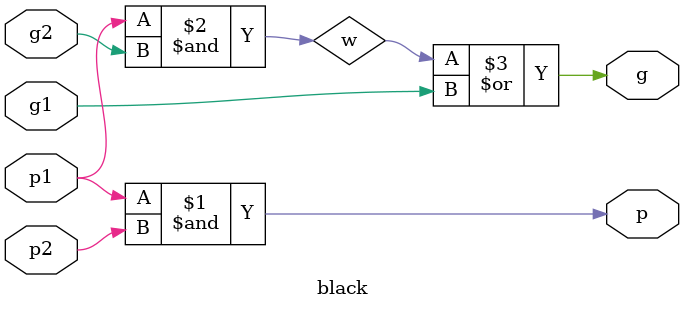
<source format=v>
module adder_16(a,b,s);
input [15:0] a,b;
output [15:0] s;
wire [15:0] p,g,c;
pre_process pp0(a[0],b[0],p[0],g[0]);
pre_process pp1(a[1],b[1],p[1],g[1]);
pre_process pp2(a[2],b[2],p[2],g[2]);
pre_process pp3(a[3],b[3],p[3],g[3]);
pre_process pp4(a[4],b[4],p[4],g[4]);
pre_process pp5(a[5],b[5],p[5],g[5]);
pre_process pp6(a[6],b[6],p[6],g[6]);
pre_process pp7(a[7],b[7],p[7],g[7]);
pre_process pp8(a[8],b[8],p[8],g[8]);
pre_process pp9(a[9],b[9],p[9],g[9]);
pre_process pp10(a[10],b[10],p[10],g[10]);
pre_process pp11(a[11],b[11],p[11],g[11]);
pre_process pp12(a[12],b[12],p[12],g[12]);
pre_process pp13(a[13],b[13],p[13],g[13]);
pre_process pp14(a[14],b[14],p[14],g[14]);
pre_process pp15(a[15],b[15],p[15],g[15]);
han_carlson c_gen(p,g,c);
buf (s[0],p[0]);
xor (s[1],p[1],c[0]);
xor (s[2],p[2],c[1]);
xor (s[3],p[3],c[2]);
xor (s[4],p[4],c[3]);
xor (s[5],p[5],c[4]);
xor (s[6],p[6],c[5]);
xor (s[7],p[7],c[6]);
xor (s[8],p[8],c[7]);
xor (s[9],p[9],c[8]);
xor (s[10],p[10],c[9]);
xor (s[11],p[11],c[10]);
xor (s[12],p[12],c[11]);
xor (s[13],p[13],c[12]);
xor (s[14],p[14],c[13]);
xor (s[15],p[15],c[14]);
endmodule

module han_carlson(p,g,c);
input [15:0] p,g;
output [15:0] c;
//step bk begin
black b11(p[15],g[15],p[14],g[14],p15_14,g15_14);
black b12(p[13],g[13],p[12],g[12],p13_12,g13_12);
black b13(p[11],g[11],p[10],g[10],p11_10,g11_10);
black b14(p[9],g[9],p[8],g[8],p9_8,g9_8);
black b15(p[7],g[7],p[6],g[6],p7_6,g7_6);
black b16(p[5],g[5],p[4],g[4],p5_4,g5_4);
black b17(p[3],g[3],p[2],g[2],p3_2,g3_2);
grey g11(p[1],g[1],g[0],g1_0);
buf(c[1],g1_0);
buf(p0_0,p[0]);
buf(g0_0,g[0]);
buf(p2_2,p[2]);
buf(g2_2,g[2]);
buf(p4_4,p[4]);
buf(g4_4,g[4]);
buf(p6_6,p[6]);
buf(g6_6,g[6]);
buf(p8_8,p[8]);
buf(g8_8,g[8]);
buf(p10_10,p[10]);
buf(g10_10,g[10]);
buf(p12_12,p[12]);
buf(g12_12,g[12]);
buf(p14_14,p[14]);
buf(g14_14,g[14]);
//step 2
black b21(p15_14,g15_14,p13_12,g13_12,p15_12,g15_12);
black b22(p13_12,g13_12,p11_10,g11_10,p13_10,g13_10);
black b23(p11_10,g11_10,p9_8,g9_8,p11_8,g11_8);
black b24(p9_8,g9_8,p7_6,g7_6,p9_6,g9_6);
black b25(p7_6,g7_6,p5_4,g5_4,p7_4,g7_4);
black b26(p5_4,g5_4,p3_2,g3_2,p5_2,g5_2);
grey g21(p3_2,g3_2,g1_0,g3_0);
buf(c[3],g3_0);
//step 3
black b31(p15_12,g15_12,p11_8,g11_8,p15_8,g15_8);
black b32(p13_10,g13_10,p9_6,g9_6,p13_6,g13_6);
black b33(p11_8,g11_8,p7_4,g7_4,p11_4,g11_4);
black b34(p9_6,g9_6,p5_2,g5_2,p9_2,g9_2);
grey g31(p7_4,g7_4,g3_0,g7_0);
buf(c[7],g7_0);
grey g32(p5_2,g5_2,g1_0,g5_0);
buf(c[5],g5_0);
//step 4
grey g41(p15_8,g15_8,g7_0,g15_0);
buf(c[15],g15_0);
grey g42(p13_6,g13_6,g5_0,g13_0);
buf(c[13],g13_0);
grey g43(p11_4,g11_4,g3_0,g11_0);
buf(c[11],g11_0);
grey g44(p9_2,g9_2,g1_0,g9_0);
buf(c[9],g9_0);
//step5 for even
grey g51(p2_2,g2_2,g1_0,c[2]);
grey g52(p4_4,g4_4,g3_0,c[4]);
grey g53(p6_6,g6_6,g5_0,c[6]);
grey g54(p8_8,g8_8,g7_0,c[8]);
grey g55(p10_10,g10_10,g9_0,c[10]);
grey g56(p12_12,g12_12,g11_0,c[12]);
grey g57(p14_14,g14_14,g13_0,c[14]);
buf(c[0],g0_0);
endmodule

module pre_process(a,b,p,g);
input a,b;
output p,g;
xor (p,a,b);
and (g,a,b);
endmodule

module grey(p1,g1,g2,g);
input p1,g1,g2;
output g;
wire w;
and (w,p1,g2);
or (g,g1,w);
endmodule

module black(p1,g1,p2,g2,p,g);
input p1,g1,p2,g2;
output p,g;
wire w;
and (p,p1,p2);
and (w,p1,g2);
or (g,w,g1);
endmodule

</source>
